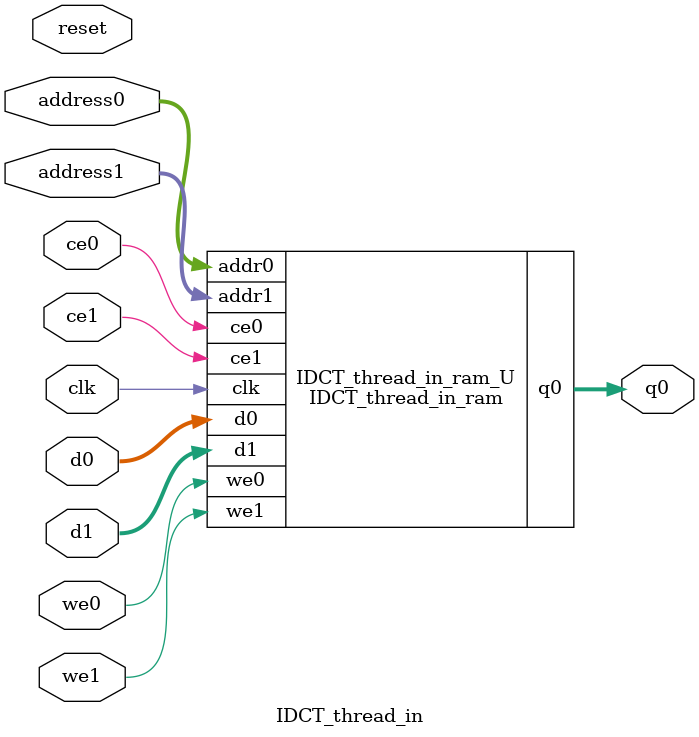
<source format=v>

`timescale 1 ns / 1 ps
module IDCT_thread_in_ram (addr0, ce0, d0, we0, q0, addr1, ce1, d1, we1,  clk);

parameter DWIDTH = 16;
parameter AWIDTH = 6;
parameter MEM_SIZE = 64;

input[AWIDTH-1:0] addr0;
input ce0;
input[DWIDTH-1:0] d0;
input we0;
output reg[DWIDTH-1:0] q0;
input[AWIDTH-1:0] addr1;
input ce1;
input[DWIDTH-1:0] d1;
input we1;
input clk;

(* ram_style = "block" *)reg [DWIDTH-1:0] ram[MEM_SIZE-1:0];




always @(posedge clk)  
begin 
    if (ce0) 
    begin
        if (we0) 
        begin 
            ram[addr0] <= d0; 
            q0 <= d0;
        end 
        else 
            q0 <= ram[addr0];
    end
end


always @(posedge clk)  
begin 
    if (ce1) 
    begin
        if (we1) 
        begin 
            ram[addr1] <= d1; 
        end 
    end
end


endmodule


`timescale 1 ns / 1 ps
module IDCT_thread_in(
    reset,
    clk,
    address0,
    ce0,
    we0,
    d0,
    q0,
    address1,
    ce1,
    we1,
    d1);

parameter DataWidth = 32'd16;
parameter AddressRange = 32'd64;
parameter AddressWidth = 32'd6;
input reset;
input clk;
input[AddressWidth - 1:0] address0;
input ce0;
input we0;
input[DataWidth - 1:0] d0;
output[DataWidth - 1:0] q0;
input[AddressWidth - 1:0] address1;
input ce1;
input we1;
input[DataWidth - 1:0] d1;



IDCT_thread_in_ram IDCT_thread_in_ram_U(
    .clk( clk ),
    .addr0( address0 ),
    .ce0( ce0 ),
    .d0( d0 ),
    .we0( we0 ),
    .q0( q0 ),
    .addr1( address1 ),
    .ce1( ce1 ),
    .d1( d1 ),
    .we1( we1 ));

endmodule


</source>
